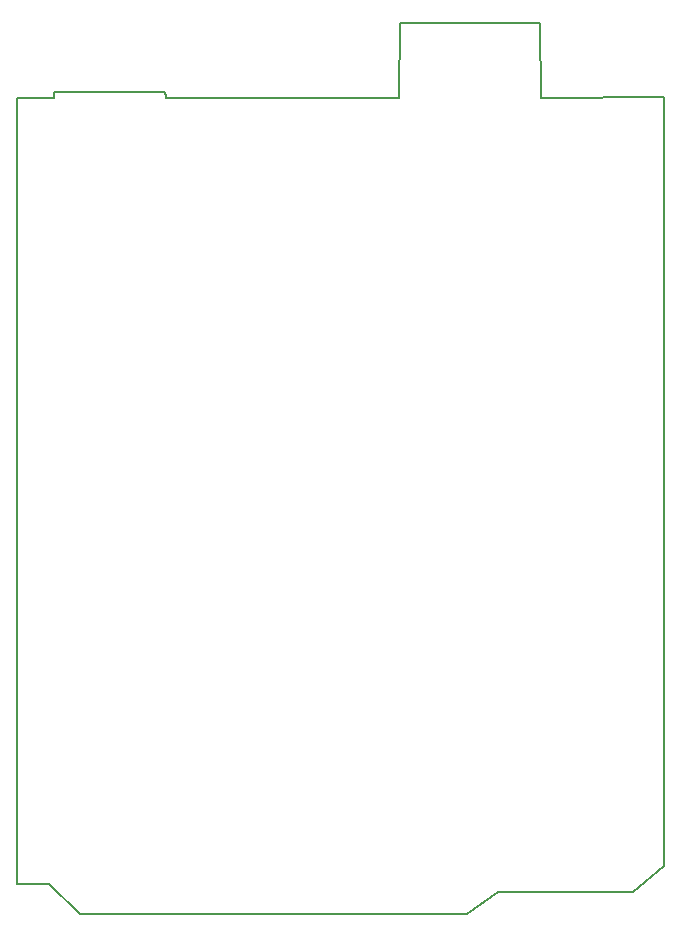
<source format=gbr>
%TF.GenerationSoftware,KiCad,Pcbnew,7.0.10*%
%TF.CreationDate,2024-04-20T18:17:20+05:30*%
%TF.ProjectId,rp2040-basic-m1,72703230-3430-42d6-9261-7369632d6d31,V2.2.5*%
%TF.SameCoordinates,Original*%
%TF.FileFunction,Other,User*%
%FSLAX46Y46*%
G04 Gerber Fmt 4.6, Leading zero omitted, Abs format (unit mm)*
G04 Created by KiCad (PCBNEW 7.0.10) date 2024-04-20 18:17:20*
%MOMM*%
%LPD*%
G01*
G04 APERTURE LIST*
%ADD10C,0.150000*%
G04 APERTURE END LIST*
D10*
X76720000Y-90750500D02*
X74150000Y-88230500D01*
X123535000Y-88870000D02*
X112115000Y-88880000D01*
X103790000Y-15360500D02*
X115710000Y-15310500D01*
X109500000Y-90740500D02*
X76720000Y-90750500D01*
X71410000Y-88210500D02*
X71440000Y-21700500D01*
X83950000Y-21150500D02*
X83990000Y-21620500D01*
X126200000Y-21600000D02*
X126200000Y-86684500D01*
X112115000Y-88880000D02*
X109500000Y-90740500D01*
X115710000Y-15310500D02*
X115730000Y-21650500D01*
X74540000Y-21680500D02*
X74530000Y-21160500D01*
X74530000Y-21160500D02*
X83950000Y-21150500D01*
X115730000Y-21650500D02*
X126200000Y-21600000D01*
X126200000Y-86684500D02*
X123535000Y-88870000D01*
X103770000Y-21660500D02*
X103790000Y-15360500D01*
X84000000Y-21650500D02*
X103770000Y-21660500D01*
X74150000Y-88230500D02*
X71410000Y-88210500D01*
X71440000Y-21700500D02*
X74540000Y-21680500D01*
M02*

</source>
